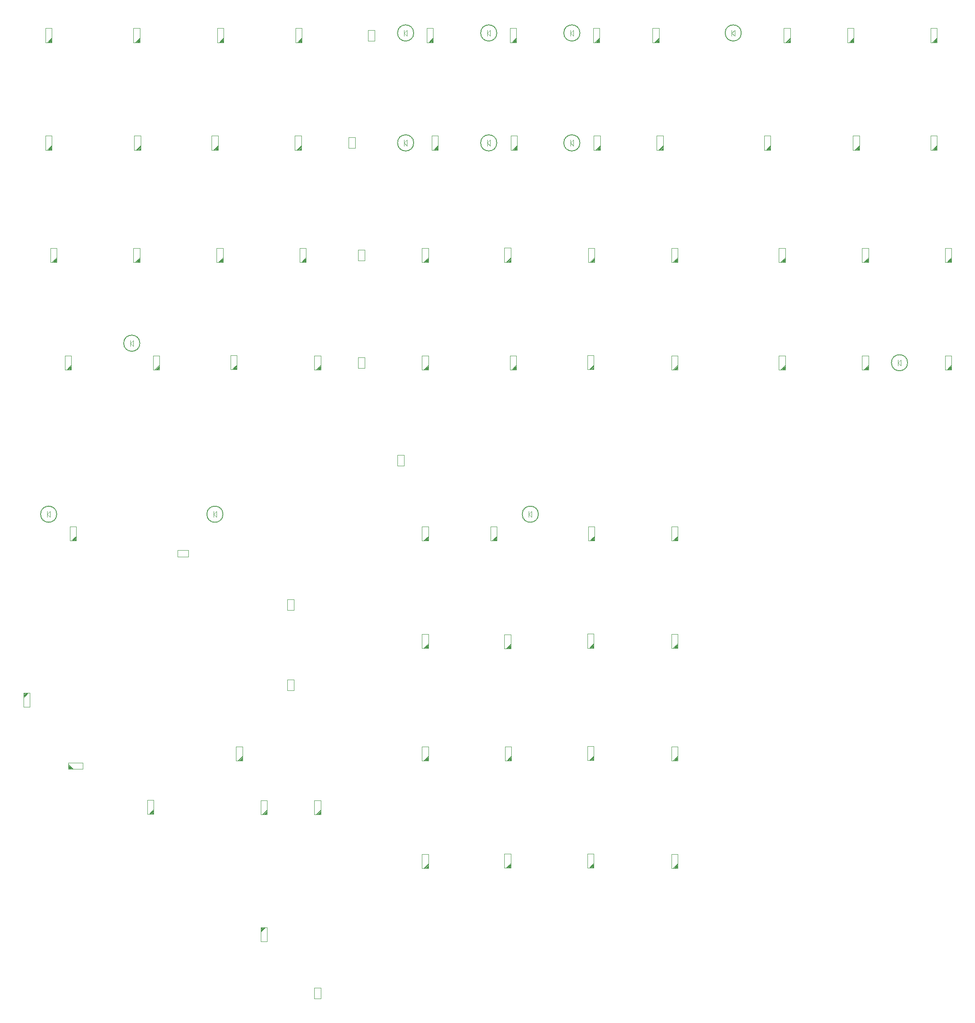
<source format=gbr>
%TF.GenerationSoftware,Altium Limited,Altium Designer,20.2.5 (213)*%
G04 Layer_Color=8388736*
%FSLAX45Y45*%
%MOMM*%
%TF.SameCoordinates,662F433C-BD6F-4083-8A0F-E7C0AAC1164F*%
%TF.FilePolarity,Positive*%
%TF.FileFunction,Other,Mechanical_14*%
%TF.Part,Single*%
G01*
G75*
%TA.AperFunction,NonConductor*%
%ADD50C,0.10000*%
D50*
X2860000Y15100000D02*
G03*
X2860000Y15100000I-160000J0D01*
G01*
X2870000D02*
G03*
X2870000Y15100000I-170000J0D01*
G01*
X11010000Y11600000D02*
G03*
X11010000Y11600000I-160000J0D01*
G01*
X11020000D02*
G03*
X11020000Y11600000I-170000J0D01*
G01*
X4560000D02*
G03*
X4560000Y11600000I-160000J0D01*
G01*
X4570000D02*
G03*
X4570000Y11600000I-170000J0D01*
G01*
X1160000D02*
G03*
X1160000Y11600000I-160000J0D01*
G01*
X1170000D02*
G03*
X1170000Y11600000I-170000J0D01*
G01*
X18560001Y14700000D02*
G03*
X18560001Y14700000I-160000J0D01*
G01*
X18570000D02*
G03*
X18570000Y14700000I-170000J0D01*
G01*
X11860000Y19200000D02*
G03*
X11860000Y19200000I-160000J0D01*
G01*
X11870000D02*
G03*
X11870000Y19200000I-170000J0D01*
G01*
X10160000D02*
G03*
X10160000Y19200000I-160000J0D01*
G01*
X10170000D02*
G03*
X10170000Y19200000I-170000J0D01*
G01*
X8460000D02*
G03*
X8460000Y19200000I-160000J0D01*
G01*
X8470000D02*
G03*
X8470000Y19200000I-170000J0D01*
G01*
X15160001Y21450000D02*
G03*
X15160001Y21450000I-160000J0D01*
G01*
X15170000D02*
G03*
X15170000Y21450000I-170000J0D01*
G01*
X11860000D02*
G03*
X11860000Y21450000I-160000J0D01*
G01*
X11870000D02*
G03*
X11870000Y21450000I-170000J0D01*
G01*
X10160000D02*
G03*
X10160000Y21450000I-160000J0D01*
G01*
X10170000D02*
G03*
X10170000Y21450000I-170000J0D01*
G01*
X8460000D02*
G03*
X8460000Y21450000I-160000J0D01*
G01*
X8470000D02*
G03*
X8470000Y21450000I-170000J0D01*
G01*
X2730000Y15039999D02*
Y15160001D01*
X2670000Y15100000D02*
X2730000Y15160001D01*
X2670000Y15100000D02*
X2730000Y15039999D01*
X2670000D02*
Y15160001D01*
X485000Y7655000D02*
Y7945000D01*
X615000D01*
Y7655000D02*
Y7945000D01*
X485000Y7655000D02*
X615000D01*
X485000Y7845000D02*
X585000Y7945000D01*
X485000Y7855000D02*
X575000Y7945000D01*
X485000Y7865000D02*
X565000Y7945000D01*
X485000Y7875000D02*
X555000Y7945000D01*
X485000Y7885000D02*
X545000Y7945000D01*
X485000Y7895000D02*
X535000Y7945000D01*
X485000Y7905000D02*
X525000Y7945000D01*
X485000Y7915000D02*
X515000Y7945000D01*
X485000Y7925000D02*
X505000Y7945000D01*
X485000Y7935000D02*
X495000Y7945000D01*
X1405000Y6385000D02*
X1695000D01*
X1405000D02*
Y6515000D01*
X1695000D01*
Y6385000D02*
Y6515000D01*
X1405000Y6485000D02*
X1505000Y6385000D01*
X1405000Y6475000D02*
X1495000Y6385000D01*
X1405000Y6465000D02*
X1485000Y6385000D01*
X1405000Y6455000D02*
X1475000Y6385000D01*
X1405000Y6445000D02*
X1465000Y6385000D01*
X1405000Y6435000D02*
X1455000Y6385000D01*
X1405000Y6425000D02*
X1445000Y6385000D01*
X1405000Y6415000D02*
X1435000Y6385000D01*
X1405000Y6405000D02*
X1425000Y6385000D01*
X1405000Y6395000D02*
X1415000Y6385000D01*
X3860000Y10732500D02*
Y10867500D01*
X3640000Y10732500D02*
Y10867500D01*
X3639994Y10732493D02*
X3859994D01*
X3639994Y10867493D02*
X3859994D01*
X5882500Y9860000D02*
X6017500D01*
X5882500Y9640000D02*
X6017500D01*
X6017507Y9639994D02*
Y9859994D01*
X5882507Y9639994D02*
Y9859994D01*
X5882500Y7990000D02*
X6017500D01*
X5882500Y8210000D02*
X6017500D01*
X5882493Y7990006D02*
Y8210006D01*
X6017493Y7990006D02*
Y8210006D01*
X6432500Y1690000D02*
X6567500D01*
X6432500Y1910000D02*
X6567500D01*
X6432493Y1690006D02*
Y1910006D01*
X6567493Y1690006D02*
Y1910006D01*
X7332500Y14589999D02*
X7467500D01*
X7332500Y14810001D02*
X7467500D01*
X7332493Y14590005D02*
Y14810007D01*
X7467493Y14590005D02*
Y14810007D01*
X7332500Y16789999D02*
X7467500D01*
X7332500Y17010001D02*
X7467500D01*
X7332493Y16790005D02*
Y17010007D01*
X7467493Y16790005D02*
Y17010007D01*
X7132500Y19089999D02*
X7267500D01*
X7132500Y19310001D02*
X7267500D01*
X7132493Y19090005D02*
Y19310007D01*
X7267493Y19090005D02*
Y19310007D01*
X7532500Y21289999D02*
X7667500D01*
X7532500Y21510001D02*
X7667500D01*
X7532493Y21290005D02*
Y21510007D01*
X7667493Y21290005D02*
Y21510007D01*
X8132500Y12810001D02*
X8267500D01*
X8132500Y12590000D02*
X8267500D01*
X8267507Y12589994D02*
Y12809995D01*
X8132507Y12589994D02*
Y12809995D01*
X10880000Y11540000D02*
Y11660000D01*
X10820000Y11600000D02*
X10880000Y11660000D01*
X10820000Y11600000D02*
X10880000Y11540000D01*
X10820000D02*
Y11660000D01*
X4430000Y11540000D02*
Y11660000D01*
X4370000Y11600000D02*
X4430000Y11660000D01*
X4370000Y11600000D02*
X4430000Y11540000D01*
X4370000D02*
Y11660000D01*
X1030000Y11540000D02*
Y11660000D01*
X970000Y11600000D02*
X1030000Y11660000D01*
X970000Y11600000D02*
X1030000Y11540000D01*
X970000D02*
Y11660000D01*
X18430000Y14639999D02*
Y14760001D01*
X18370000Y14700000D02*
X18430000Y14760001D01*
X18370000Y14700000D02*
X18430000Y14639999D01*
X18370000D02*
Y14760001D01*
X11730000Y19139999D02*
Y19260001D01*
X11670000Y19200000D02*
X11730000Y19260001D01*
X11670000Y19200000D02*
X11730000Y19139999D01*
X11670000D02*
Y19260001D01*
X10030000Y19139999D02*
Y19260001D01*
X9970000Y19200000D02*
X10030000Y19260001D01*
X9970000Y19200000D02*
X10030000Y19139999D01*
X9970000D02*
Y19260001D01*
X8330000Y19139999D02*
Y19260001D01*
X8270000Y19200000D02*
X8330000Y19260001D01*
X8270000Y19200000D02*
X8330000Y19139999D01*
X8270000D02*
Y19260001D01*
X15030000Y21389999D02*
Y21510001D01*
X14970000Y21450000D02*
X15030000Y21510001D01*
X14970000Y21450000D02*
X15030000Y21389999D01*
X14970000D02*
Y21510001D01*
X11730000Y21389999D02*
Y21510001D01*
X11670000Y21450000D02*
X11730000Y21510001D01*
X11670000Y21450000D02*
X11730000Y21389999D01*
X11670000D02*
Y21510001D01*
X10030000Y21389999D02*
Y21510001D01*
X9970000Y21450000D02*
X10030000Y21510001D01*
X9970000Y21450000D02*
X10030000Y21389999D01*
X9970000D02*
Y21510001D01*
X8330000Y21389999D02*
Y21510001D01*
X8270000Y21450000D02*
X8330000Y21510001D01*
X8270000Y21450000D02*
X8330000Y21389999D01*
X8270000D02*
Y21510001D01*
X13864999Y4355000D02*
Y4645000D01*
X13735001Y4355000D02*
X13864999D01*
X13735001D02*
Y4645000D01*
X13864999D01*
X13764999Y4355000D02*
X13864999Y4455000D01*
X13775000Y4355000D02*
X13864999Y4445000D01*
X13785001Y4355000D02*
X13864999Y4435000D01*
X13795000Y4355000D02*
X13864999Y4425000D01*
X13805000Y4355000D02*
X13864999Y4415000D01*
X13814999Y4355000D02*
X13864999Y4405000D01*
X13825000Y4355000D02*
X13864999Y4395000D01*
X13835001Y4355000D02*
X13864999Y4385000D01*
X13845000Y4355000D02*
X13864999Y4375000D01*
X13855000Y4355000D02*
X13864999Y4365000D01*
X12150000Y4360000D02*
Y4650000D01*
X12020000Y4360000D02*
X12150000D01*
X12020000D02*
Y4650000D01*
X12150000D01*
X12050000Y4360000D02*
X12150000Y4460000D01*
X12060000Y4360000D02*
X12150000Y4450000D01*
X12070000Y4360000D02*
X12150000Y4440000D01*
X12080000Y4360000D02*
X12150000Y4430000D01*
X12090000Y4360000D02*
X12150000Y4420000D01*
X12100000Y4360000D02*
X12150000Y4410000D01*
X12110000Y4360000D02*
X12150000Y4400000D01*
X12120000Y4360000D02*
X12150000Y4390000D01*
X12130000Y4360000D02*
X12150000Y4380000D01*
X12140000Y4360000D02*
X12150000Y4370000D01*
X10450000Y4360000D02*
Y4650000D01*
X10320000Y4360000D02*
X10450000D01*
X10320000D02*
Y4650000D01*
X10450000D01*
X10350000Y4360000D02*
X10450000Y4460000D01*
X10360000Y4360000D02*
X10450000Y4450000D01*
X10370000Y4360000D02*
X10450000Y4440000D01*
X10380000Y4360000D02*
X10450000Y4430000D01*
X10390000Y4360000D02*
X10450000Y4420000D01*
X10400000Y4360000D02*
X10450000Y4410000D01*
X10410000Y4360000D02*
X10450000Y4400000D01*
X10420000Y4360000D02*
X10450000Y4390000D01*
X10430000Y4360000D02*
X10450000Y4380000D01*
X10440000Y4360000D02*
X10450000Y4370000D01*
X8765000Y4355000D02*
Y4645000D01*
X8635000Y4355000D02*
X8765000D01*
X8635000D02*
Y4645000D01*
X8765000D01*
X8665000Y4355000D02*
X8765000Y4455000D01*
X8675000Y4355000D02*
X8765000Y4445000D01*
X8685000Y4355000D02*
X8765000Y4435000D01*
X8695000Y4355000D02*
X8765000Y4425000D01*
X8705000Y4355000D02*
X8765000Y4415000D01*
X8715000Y4355000D02*
X8765000Y4405000D01*
X8725000Y4355000D02*
X8765000Y4395000D01*
X8735000Y4355000D02*
X8765000Y4385000D01*
X8745000Y4355000D02*
X8765000Y4375000D01*
X8755000Y4355000D02*
X8765000Y4365000D01*
X5335000Y2855000D02*
Y3145000D01*
X5465000D01*
Y2855000D02*
Y3145000D01*
X5335000Y2855000D02*
X5465000D01*
X5335000Y3045000D02*
X5435000Y3145000D01*
X5335000Y3055000D02*
X5425000Y3145000D01*
X5335000Y3065000D02*
X5415000Y3145000D01*
X5335000Y3075000D02*
X5405000Y3145000D01*
X5335000Y3085000D02*
X5395000Y3145000D01*
X5335000Y3095000D02*
X5385000Y3145000D01*
X5335000Y3105000D02*
X5375000Y3145000D01*
X5335000Y3115000D02*
X5365000Y3145000D01*
X5335000Y3125000D02*
X5355000Y3145000D01*
X5335000Y3135000D02*
X5345000Y3145000D01*
X13864999Y6555000D02*
Y6845000D01*
X13735001Y6555000D02*
X13864999D01*
X13735001D02*
Y6845000D01*
X13864999D01*
X13764999Y6555000D02*
X13864999Y6655000D01*
X13775000Y6555000D02*
X13864999Y6645000D01*
X13785001Y6555000D02*
X13864999Y6635000D01*
X13795000Y6555000D02*
X13864999Y6625000D01*
X13805000Y6555000D02*
X13864999Y6615000D01*
X13814999Y6555000D02*
X13864999Y6605000D01*
X13825000Y6555000D02*
X13864999Y6595000D01*
X13835001Y6555000D02*
X13864999Y6585000D01*
X13845000Y6555000D02*
X13864999Y6575000D01*
X13855000Y6555000D02*
X13864999Y6565000D01*
X12150000Y6560000D02*
Y6850000D01*
X12020000Y6560000D02*
X12150000D01*
X12020000D02*
Y6850000D01*
X12150000D01*
X12050000Y6560000D02*
X12150000Y6660000D01*
X12060000Y6560000D02*
X12150000Y6650000D01*
X12070000Y6560000D02*
X12150000Y6640000D01*
X12080000Y6560000D02*
X12150000Y6630000D01*
X12090000Y6560000D02*
X12150000Y6620000D01*
X12100000Y6560000D02*
X12150000Y6610000D01*
X12110000Y6560000D02*
X12150000Y6600000D01*
X12120000Y6560000D02*
X12150000Y6590000D01*
X12130000Y6560000D02*
X12150000Y6580000D01*
X12140000Y6560000D02*
X12150000Y6570000D01*
X10465000Y6555000D02*
Y6845000D01*
X10335000Y6555000D02*
X10465000D01*
X10335000D02*
Y6845000D01*
X10465000D01*
X10365000Y6555000D02*
X10465000Y6655000D01*
X10375000Y6555000D02*
X10465000Y6645000D01*
X10385000Y6555000D02*
X10465000Y6635000D01*
X10395000Y6555000D02*
X10465000Y6625000D01*
X10405000Y6555000D02*
X10465000Y6615000D01*
X10415000Y6555000D02*
X10465000Y6605000D01*
X10425000Y6555000D02*
X10465000Y6595000D01*
X10435000Y6555000D02*
X10465000Y6585000D01*
X10445000Y6555000D02*
X10465000Y6575000D01*
X10455000Y6555000D02*
X10465000Y6565000D01*
X8765000Y6555000D02*
Y6845000D01*
X8635000Y6555000D02*
X8765000D01*
X8635000D02*
Y6845000D01*
X8765000D01*
X8665000Y6555000D02*
X8765000Y6655000D01*
X8675000Y6555000D02*
X8765000Y6645000D01*
X8685000Y6555000D02*
X8765000Y6635000D01*
X8695000Y6555000D02*
X8765000Y6625000D01*
X8705000Y6555000D02*
X8765000Y6615000D01*
X8715000Y6555000D02*
X8765000Y6605000D01*
X8725000Y6555000D02*
X8765000Y6595000D01*
X8735000Y6555000D02*
X8765000Y6585000D01*
X8745000Y6555000D02*
X8765000Y6575000D01*
X8755000Y6555000D02*
X8765000Y6565000D01*
X6565000Y5455000D02*
Y5745000D01*
X6435000Y5455000D02*
X6565000D01*
X6435000D02*
Y5745000D01*
X6565000D01*
X6465000Y5455000D02*
X6565000Y5555000D01*
X6475000Y5455000D02*
X6565000Y5545000D01*
X6485000Y5455000D02*
X6565000Y5535000D01*
X6495000Y5455000D02*
X6565000Y5525000D01*
X6505000Y5455000D02*
X6565000Y5515000D01*
X6515000Y5455000D02*
X6565000Y5505000D01*
X6525000Y5455000D02*
X6565000Y5495000D01*
X6535000Y5455000D02*
X6565000Y5485000D01*
X6545000Y5455000D02*
X6565000Y5475000D01*
X6555000Y5455000D02*
X6565000Y5465000D01*
X5465000Y5455000D02*
Y5745000D01*
X5335000Y5455000D02*
X5465000D01*
X5335000D02*
Y5745000D01*
X5465000D01*
X5365000Y5455000D02*
X5465000Y5555000D01*
X5375000Y5455000D02*
X5465000Y5545000D01*
X5385000Y5455000D02*
X5465000Y5535000D01*
X5395000Y5455000D02*
X5465000Y5525000D01*
X5405000Y5455000D02*
X5465000Y5515000D01*
X5415000Y5455000D02*
X5465000Y5505000D01*
X5425000Y5455000D02*
X5465000Y5495000D01*
X5435000Y5455000D02*
X5465000Y5485000D01*
X5445000Y5455000D02*
X5465000Y5475000D01*
X5455000Y5455000D02*
X5465000Y5465000D01*
X3150000Y5460000D02*
Y5750000D01*
X3020000Y5460000D02*
X3150000D01*
X3020000D02*
Y5750000D01*
X3150000D01*
X3050000Y5460000D02*
X3150000Y5560000D01*
X3060000Y5460000D02*
X3150000Y5550000D01*
X3070000Y5460000D02*
X3150000Y5540000D01*
X3080000Y5460000D02*
X3150000Y5530000D01*
X3090000Y5460000D02*
X3150000Y5520000D01*
X3100000Y5460000D02*
X3150000Y5510000D01*
X3110000Y5460000D02*
X3150000Y5500000D01*
X3120000Y5460000D02*
X3150000Y5490000D01*
X3130000Y5460000D02*
X3150000Y5480000D01*
X3140000Y5460000D02*
X3150000Y5470000D01*
X13864999Y8855000D02*
Y9145000D01*
X13735001Y8855000D02*
X13864999D01*
X13735001D02*
Y9145000D01*
X13864999D01*
X13764999Y8855000D02*
X13864999Y8955000D01*
X13775000Y8855000D02*
X13864999Y8945000D01*
X13785001Y8855000D02*
X13864999Y8935000D01*
X13795000Y8855000D02*
X13864999Y8925000D01*
X13805000Y8855000D02*
X13864999Y8915000D01*
X13814999Y8855000D02*
X13864999Y8905000D01*
X13825000Y8855000D02*
X13864999Y8895000D01*
X13835001Y8855000D02*
X13864999Y8885000D01*
X13845000Y8855000D02*
X13864999Y8875000D01*
X13855000Y8855000D02*
X13864999Y8865000D01*
X12150000Y8860000D02*
Y9150000D01*
X12020000Y8860000D02*
X12150000D01*
X12020000D02*
Y9150000D01*
X12150000D01*
X12050000Y8860000D02*
X12150000Y8960000D01*
X12060000Y8860000D02*
X12150000Y8950000D01*
X12070000Y8860000D02*
X12150000Y8940000D01*
X12080000Y8860000D02*
X12150000Y8930000D01*
X12090000Y8860000D02*
X12150000Y8920000D01*
X12100000Y8860000D02*
X12150000Y8910000D01*
X12110000Y8860000D02*
X12150000Y8900000D01*
X12120000Y8860000D02*
X12150000Y8890000D01*
X12130000Y8860000D02*
X12150000Y8880000D01*
X12140000Y8860000D02*
X12150000Y8870000D01*
X10450000Y8850000D02*
Y9140000D01*
X10320000Y8850000D02*
X10450000D01*
X10320000D02*
Y9140000D01*
X10450000D01*
X10350000Y8850000D02*
X10450000Y8950000D01*
X10360000Y8850000D02*
X10450000Y8940000D01*
X10370000Y8850000D02*
X10450000Y8930000D01*
X10380000Y8850000D02*
X10450000Y8920000D01*
X10390000Y8850000D02*
X10450000Y8910000D01*
X10400000Y8850000D02*
X10450000Y8900000D01*
X10410000Y8850000D02*
X10450000Y8890000D01*
X10420000Y8850000D02*
X10450000Y8880000D01*
X10430000Y8850000D02*
X10450000Y8870000D01*
X10440000Y8850000D02*
X10450000Y8860000D01*
X8765000Y8855000D02*
Y9145000D01*
X8635000Y8855000D02*
X8765000D01*
X8635000D02*
Y9145000D01*
X8765000D01*
X8665000Y8855000D02*
X8765000Y8955000D01*
X8675000Y8855000D02*
X8765000Y8945000D01*
X8685000Y8855000D02*
X8765000Y8935000D01*
X8695000Y8855000D02*
X8765000Y8925000D01*
X8705000Y8855000D02*
X8765000Y8915000D01*
X8715000Y8855000D02*
X8765000Y8905000D01*
X8725000Y8855000D02*
X8765000Y8895000D01*
X8735000Y8855000D02*
X8765000Y8885000D01*
X8745000Y8855000D02*
X8765000Y8875000D01*
X8755000Y8855000D02*
X8765000Y8865000D01*
X4965000Y6555000D02*
Y6845000D01*
X4835000Y6555000D02*
X4965000D01*
X4835000D02*
Y6845000D01*
X4965000D01*
X4865000Y6555000D02*
X4965000Y6655000D01*
X4875000Y6555000D02*
X4965000Y6645000D01*
X4885000Y6555000D02*
X4965000Y6635000D01*
X4895000Y6555000D02*
X4965000Y6625000D01*
X4905000Y6555000D02*
X4965000Y6615000D01*
X4915000Y6555000D02*
X4965000Y6605000D01*
X4925000Y6555000D02*
X4965000Y6595000D01*
X4935000Y6555000D02*
X4965000Y6585000D01*
X4945000Y6555000D02*
X4965000Y6575000D01*
X4955000Y6555000D02*
X4965000Y6565000D01*
X13864999Y11055000D02*
Y11345000D01*
X13735001Y11055000D02*
X13864999D01*
X13735001D02*
Y11345000D01*
X13864999D01*
X13764999Y11055000D02*
X13864999Y11155000D01*
X13775000Y11055000D02*
X13864999Y11145000D01*
X13785001Y11055000D02*
X13864999Y11135000D01*
X13795000Y11055000D02*
X13864999Y11125000D01*
X13805000Y11055000D02*
X13864999Y11115000D01*
X13814999Y11055000D02*
X13864999Y11105000D01*
X13825000Y11055000D02*
X13864999Y11095000D01*
X13835001Y11055000D02*
X13864999Y11085000D01*
X13845000Y11055000D02*
X13864999Y11075000D01*
X13855000Y11055000D02*
X13864999Y11065000D01*
X12165000Y11055000D02*
Y11345000D01*
X12035000Y11055000D02*
X12165000D01*
X12035000D02*
Y11345000D01*
X12165000D01*
X12065000Y11055000D02*
X12165000Y11155000D01*
X12075000Y11055000D02*
X12165000Y11145000D01*
X12085000Y11055000D02*
X12165000Y11135000D01*
X12095000Y11055000D02*
X12165000Y11125000D01*
X12105000Y11055000D02*
X12165000Y11115000D01*
X12115000Y11055000D02*
X12165000Y11105000D01*
X12125000Y11055000D02*
X12165000Y11095000D01*
X12135000Y11055000D02*
X12165000Y11085000D01*
X12145000Y11055000D02*
X12165000Y11075000D01*
X12155000Y11055000D02*
X12165000Y11065000D01*
X10165000Y11055000D02*
Y11345000D01*
X10035000Y11055000D02*
X10165000D01*
X10035000D02*
Y11345000D01*
X10165000D01*
X10065000Y11055000D02*
X10165000Y11155000D01*
X10075000Y11055000D02*
X10165000Y11145000D01*
X10085000Y11055000D02*
X10165000Y11135000D01*
X10095000Y11055000D02*
X10165000Y11125000D01*
X10105000Y11055000D02*
X10165000Y11115000D01*
X10115000Y11055000D02*
X10165000Y11105000D01*
X10125000Y11055000D02*
X10165000Y11095000D01*
X10135000Y11055000D02*
X10165000Y11085000D01*
X10145000Y11055000D02*
X10165000Y11075000D01*
X10155000Y11055000D02*
X10165000Y11065000D01*
X8765000Y11055000D02*
Y11345000D01*
X8635000Y11055000D02*
X8765000D01*
X8635000D02*
Y11345000D01*
X8765000D01*
X8665000Y11055000D02*
X8765000Y11155000D01*
X8675000Y11055000D02*
X8765000Y11145000D01*
X8685000Y11055000D02*
X8765000Y11135000D01*
X8695000Y11055000D02*
X8765000Y11125000D01*
X8705000Y11055000D02*
X8765000Y11115000D01*
X8715000Y11055000D02*
X8765000Y11105000D01*
X8725000Y11055000D02*
X8765000Y11095000D01*
X8735000Y11055000D02*
X8765000Y11085000D01*
X8745000Y11055000D02*
X8765000Y11075000D01*
X8755000Y11055000D02*
X8765000Y11065000D01*
X1565000Y11055000D02*
Y11345000D01*
X1435000Y11055000D02*
X1565000D01*
X1435000D02*
Y11345000D01*
X1565000D01*
X1465000Y11055000D02*
X1565000Y11155000D01*
X1475000Y11055000D02*
X1565000Y11145000D01*
X1485000Y11055000D02*
X1565000Y11135000D01*
X1495000Y11055000D02*
X1565000Y11125000D01*
X1505000Y11055000D02*
X1565000Y11115000D01*
X1515000Y11055000D02*
X1565000Y11105000D01*
X1525000Y11055000D02*
X1565000Y11095000D01*
X1535000Y11055000D02*
X1565000Y11085000D01*
X1545000Y11055000D02*
X1565000Y11075000D01*
X1555000Y11055000D02*
X1565000Y11065000D01*
X19464999Y14555000D02*
Y14845000D01*
X19335001Y14555000D02*
X19464999D01*
X19335001D02*
Y14845000D01*
X19464999D01*
X19364999Y14555000D02*
X19464999Y14655000D01*
X19375000Y14555000D02*
X19464999Y14645000D01*
X19385001Y14555000D02*
X19464999Y14635001D01*
X19395000Y14555000D02*
X19464999Y14625000D01*
X19405000Y14555000D02*
X19464999Y14614999D01*
X19414999Y14555000D02*
X19464999Y14605000D01*
X19425000Y14555000D02*
X19464999Y14595000D01*
X19435001Y14555000D02*
X19464999Y14585001D01*
X19445000Y14555000D02*
X19464999Y14575000D01*
X19455000Y14555000D02*
X19464999Y14564999D01*
X17764999Y14555000D02*
Y14845000D01*
X17635001Y14555000D02*
X17764999D01*
X17635001D02*
Y14845000D01*
X17764999D01*
X17664999Y14555000D02*
X17764999Y14655000D01*
X17675000Y14555000D02*
X17764999Y14645000D01*
X17685001Y14555000D02*
X17764999Y14635001D01*
X17695000Y14555000D02*
X17764999Y14625000D01*
X17705000Y14555000D02*
X17764999Y14614999D01*
X17714999Y14555000D02*
X17764999Y14605000D01*
X17725000Y14555000D02*
X17764999Y14595000D01*
X17735001Y14555000D02*
X17764999Y14585001D01*
X17745000Y14555000D02*
X17764999Y14575000D01*
X17755000Y14555000D02*
X17764999Y14564999D01*
X16064999Y14555000D02*
Y14845000D01*
X15935001Y14555000D02*
X16064999D01*
X15935001D02*
Y14845000D01*
X16064999D01*
X15964999Y14555000D02*
X16064999Y14655000D01*
X15975000Y14555000D02*
X16064999Y14645000D01*
X15985001Y14555000D02*
X16064999Y14635001D01*
X15995000Y14555000D02*
X16064999Y14625000D01*
X16005000Y14555000D02*
X16064999Y14614999D01*
X16014999Y14555000D02*
X16064999Y14605000D01*
X16025000Y14555000D02*
X16064999Y14595000D01*
X16035001Y14555000D02*
X16064999Y14585001D01*
X16045000Y14555000D02*
X16064999Y14575000D01*
X16055000Y14555000D02*
X16064999Y14564999D01*
X13864999Y14555000D02*
Y14845000D01*
X13735001Y14555000D02*
X13864999D01*
X13735001D02*
Y14845000D01*
X13864999D01*
X13764999Y14555000D02*
X13864999Y14655000D01*
X13775000Y14555000D02*
X13864999Y14645000D01*
X13785001Y14555000D02*
X13864999Y14635001D01*
X13795000Y14555000D02*
X13864999Y14625000D01*
X13805000Y14555000D02*
X13864999Y14614999D01*
X13814999Y14555000D02*
X13864999Y14605000D01*
X13825000Y14555000D02*
X13864999Y14595000D01*
X13835001Y14555000D02*
X13864999Y14585001D01*
X13845000Y14555000D02*
X13864999Y14575000D01*
X13855000Y14555000D02*
X13864999Y14564999D01*
X12150000Y14560001D02*
Y14850000D01*
X12020000Y14560001D02*
X12150000D01*
X12020000D02*
Y14850000D01*
X12150000D01*
X12050000Y14560001D02*
X12150000Y14660001D01*
X12060000Y14560001D02*
X12150000Y14650000D01*
X12070000Y14560001D02*
X12150000Y14639999D01*
X12080000Y14560001D02*
X12150000Y14630000D01*
X12090000Y14560001D02*
X12150000Y14620000D01*
X12100000Y14560001D02*
X12150000Y14610001D01*
X12110000Y14560001D02*
X12150000Y14600000D01*
X12120000Y14560001D02*
X12150000Y14589999D01*
X12130000Y14560001D02*
X12150000Y14580000D01*
X12140000Y14560001D02*
X12150000Y14570000D01*
X10565000Y14555000D02*
Y14845000D01*
X10435000Y14555000D02*
X10565000D01*
X10435000D02*
Y14845000D01*
X10565000D01*
X10465000Y14555000D02*
X10565000Y14655000D01*
X10475000Y14555000D02*
X10565000Y14645000D01*
X10485000Y14555000D02*
X10565000Y14635001D01*
X10495000Y14555000D02*
X10565000Y14625000D01*
X10505000Y14555000D02*
X10565000Y14614999D01*
X10515000Y14555000D02*
X10565000Y14605000D01*
X10525000Y14555000D02*
X10565000Y14595000D01*
X10535000Y14555000D02*
X10565000Y14585001D01*
X10545000Y14555000D02*
X10565000Y14575000D01*
X10555000Y14555000D02*
X10565000Y14564999D01*
X8765000Y14555000D02*
Y14845000D01*
X8635000Y14555000D02*
X8765000D01*
X8635000D02*
Y14845000D01*
X8765000D01*
X8665000Y14555000D02*
X8765000Y14655000D01*
X8675000Y14555000D02*
X8765000Y14645000D01*
X8685000Y14555000D02*
X8765000Y14635001D01*
X8695000Y14555000D02*
X8765000Y14625000D01*
X8705000Y14555000D02*
X8765000Y14614999D01*
X8715000Y14555000D02*
X8765000Y14605000D01*
X8725000Y14555000D02*
X8765000Y14595000D01*
X8735000Y14555000D02*
X8765000Y14585001D01*
X8745000Y14555000D02*
X8765000Y14575000D01*
X8755000Y14555000D02*
X8765000Y14564999D01*
X6565000Y14555000D02*
Y14845000D01*
X6435000Y14555000D02*
X6565000D01*
X6435000D02*
Y14845000D01*
X6565000D01*
X6465000Y14555000D02*
X6565000Y14655000D01*
X6475000Y14555000D02*
X6565000Y14645000D01*
X6485000Y14555000D02*
X6565000Y14635001D01*
X6495000Y14555000D02*
X6565000Y14625000D01*
X6505000Y14555000D02*
X6565000Y14614999D01*
X6515000Y14555000D02*
X6565000Y14605000D01*
X6525000Y14555000D02*
X6565000Y14595000D01*
X6535000Y14555000D02*
X6565000Y14585001D01*
X6545000Y14555000D02*
X6565000Y14575000D01*
X6555000Y14555000D02*
X6565000Y14564999D01*
X4850000Y14560001D02*
Y14850000D01*
X4720000Y14560001D02*
X4850000D01*
X4720000D02*
Y14850000D01*
X4850000D01*
X4750000Y14560001D02*
X4850000Y14660001D01*
X4760000Y14560001D02*
X4850000Y14650000D01*
X4770000Y14560001D02*
X4850000Y14639999D01*
X4780000Y14560001D02*
X4850000Y14630000D01*
X4790000Y14560001D02*
X4850000Y14620000D01*
X4800000Y14560001D02*
X4850000Y14610001D01*
X4810000Y14560001D02*
X4850000Y14600000D01*
X4820000Y14560001D02*
X4850000Y14589999D01*
X4830000Y14560001D02*
X4850000Y14580000D01*
X4840000Y14560001D02*
X4850000Y14570000D01*
X3265000Y14555000D02*
Y14845000D01*
X3135000Y14555000D02*
X3265000D01*
X3135000D02*
Y14845000D01*
X3265000D01*
X3165000Y14555000D02*
X3265000Y14655000D01*
X3175000Y14555000D02*
X3265000Y14645000D01*
X3185000Y14555000D02*
X3265000Y14635001D01*
X3195000Y14555000D02*
X3265000Y14625000D01*
X3205000Y14555000D02*
X3265000Y14614999D01*
X3215000Y14555000D02*
X3265000Y14605000D01*
X3225000Y14555000D02*
X3265000Y14595000D01*
X3235000Y14555000D02*
X3265000Y14585001D01*
X3245000Y14555000D02*
X3265000Y14575000D01*
X3255000Y14555000D02*
X3265000Y14564999D01*
X1465000Y14555000D02*
Y14845000D01*
X1335000Y14555000D02*
X1465000D01*
X1335000D02*
Y14845000D01*
X1465000D01*
X1365000Y14555000D02*
X1465000Y14655000D01*
X1375000Y14555000D02*
X1465000Y14645000D01*
X1385000Y14555000D02*
X1465000Y14635001D01*
X1395000Y14555000D02*
X1465000Y14625000D01*
X1405000Y14555000D02*
X1465000Y14614999D01*
X1415000Y14555000D02*
X1465000Y14605000D01*
X1425000Y14555000D02*
X1465000Y14595000D01*
X1435000Y14555000D02*
X1465000Y14585001D01*
X1445000Y14555000D02*
X1465000Y14575000D01*
X1455000Y14555000D02*
X1465000Y14564999D01*
X19464999Y16755000D02*
Y17045000D01*
X19335001Y16755000D02*
X19464999D01*
X19335001D02*
Y17045000D01*
X19464999D01*
X19364999Y16755000D02*
X19464999Y16855000D01*
X19375000Y16755000D02*
X19464999Y16845000D01*
X19385001Y16755000D02*
X19464999Y16835001D01*
X19395000Y16755000D02*
X19464999Y16825000D01*
X19405000Y16755000D02*
X19464999Y16814999D01*
X19414999Y16755000D02*
X19464999Y16805000D01*
X19425000Y16755000D02*
X19464999Y16795000D01*
X19435001Y16755000D02*
X19464999Y16785001D01*
X19445000Y16755000D02*
X19464999Y16775000D01*
X19455000Y16755000D02*
X19464999Y16764999D01*
X17764999Y16755000D02*
Y17045000D01*
X17635001Y16755000D02*
X17764999D01*
X17635001D02*
Y17045000D01*
X17764999D01*
X17664999Y16755000D02*
X17764999Y16855000D01*
X17675000Y16755000D02*
X17764999Y16845000D01*
X17685001Y16755000D02*
X17764999Y16835001D01*
X17695000Y16755000D02*
X17764999Y16825000D01*
X17705000Y16755000D02*
X17764999Y16814999D01*
X17714999Y16755000D02*
X17764999Y16805000D01*
X17725000Y16755000D02*
X17764999Y16795000D01*
X17735001Y16755000D02*
X17764999Y16785001D01*
X17745000Y16755000D02*
X17764999Y16775000D01*
X17755000Y16755000D02*
X17764999Y16764999D01*
X16064999Y16755000D02*
Y17045000D01*
X15935001Y16755000D02*
X16064999D01*
X15935001D02*
Y17045000D01*
X16064999D01*
X15964999Y16755000D02*
X16064999Y16855000D01*
X15975000Y16755000D02*
X16064999Y16845000D01*
X15985001Y16755000D02*
X16064999Y16835001D01*
X15995000Y16755000D02*
X16064999Y16825000D01*
X16005000Y16755000D02*
X16064999Y16814999D01*
X16014999Y16755000D02*
X16064999Y16805000D01*
X16025000Y16755000D02*
X16064999Y16795000D01*
X16035001Y16755000D02*
X16064999Y16785001D01*
X16045000Y16755000D02*
X16064999Y16775000D01*
X16055000Y16755000D02*
X16064999Y16764999D01*
X13864999Y16755000D02*
Y17045000D01*
X13735001Y16755000D02*
X13864999D01*
X13735001D02*
Y17045000D01*
X13864999D01*
X13764999Y16755000D02*
X13864999Y16855000D01*
X13775000Y16755000D02*
X13864999Y16845000D01*
X13785001Y16755000D02*
X13864999Y16835001D01*
X13795000Y16755000D02*
X13864999Y16825000D01*
X13805000Y16755000D02*
X13864999Y16814999D01*
X13814999Y16755000D02*
X13864999Y16805000D01*
X13825000Y16755000D02*
X13864999Y16795000D01*
X13835001Y16755000D02*
X13864999Y16785001D01*
X13845000Y16755000D02*
X13864999Y16775000D01*
X13855000Y16755000D02*
X13864999Y16764999D01*
X12165000Y16755000D02*
Y17045000D01*
X12035000Y16755000D02*
X12165000D01*
X12035000D02*
Y17045000D01*
X12165000D01*
X12065000Y16755000D02*
X12165000Y16855000D01*
X12075000Y16755000D02*
X12165000Y16845000D01*
X12085000Y16755000D02*
X12165000Y16835001D01*
X12095000Y16755000D02*
X12165000Y16825000D01*
X12105000Y16755000D02*
X12165000Y16814999D01*
X12115000Y16755000D02*
X12165000Y16805000D01*
X12125000Y16755000D02*
X12165000Y16795000D01*
X12135000Y16755000D02*
X12165000Y16785001D01*
X12145000Y16755000D02*
X12165000Y16775000D01*
X12155000Y16755000D02*
X12165000Y16764999D01*
X10450000Y16760001D02*
Y17050000D01*
X10320000Y16760001D02*
X10450000D01*
X10320000D02*
Y17050000D01*
X10450000D01*
X10350000Y16760001D02*
X10450000Y16860001D01*
X10360000Y16760001D02*
X10450000Y16850000D01*
X10370000Y16760001D02*
X10450000Y16839999D01*
X10380000Y16760001D02*
X10450000Y16830000D01*
X10390000Y16760001D02*
X10450000Y16820000D01*
X10400000Y16760001D02*
X10450000Y16810001D01*
X10410000Y16760001D02*
X10450000Y16800000D01*
X10420000Y16760001D02*
X10450000Y16789999D01*
X10430000Y16760001D02*
X10450000Y16780000D01*
X10440000Y16760001D02*
X10450000Y16770000D01*
X8765000Y16755000D02*
Y17045000D01*
X8635000Y16755000D02*
X8765000D01*
X8635000D02*
Y17045000D01*
X8765000D01*
X8665000Y16755000D02*
X8765000Y16855000D01*
X8675000Y16755000D02*
X8765000Y16845000D01*
X8685000Y16755000D02*
X8765000Y16835001D01*
X8695000Y16755000D02*
X8765000Y16825000D01*
X8705000Y16755000D02*
X8765000Y16814999D01*
X8715000Y16755000D02*
X8765000Y16805000D01*
X8725000Y16755000D02*
X8765000Y16795000D01*
X8735000Y16755000D02*
X8765000Y16785001D01*
X8745000Y16755000D02*
X8765000Y16775000D01*
X8755000Y16755000D02*
X8765000Y16764999D01*
X6265000Y16755000D02*
Y17045000D01*
X6135000Y16755000D02*
X6265000D01*
X6135000D02*
Y17045000D01*
X6265000D01*
X6165000Y16755000D02*
X6265000Y16855000D01*
X6175000Y16755000D02*
X6265000Y16845000D01*
X6185000Y16755000D02*
X6265000Y16835001D01*
X6195000Y16755000D02*
X6265000Y16825000D01*
X6205000Y16755000D02*
X6265000Y16814999D01*
X6215000Y16755000D02*
X6265000Y16805000D01*
X6225000Y16755000D02*
X6265000Y16795000D01*
X6235000Y16755000D02*
X6265000Y16785001D01*
X6245000Y16755000D02*
X6265000Y16775000D01*
X6255000Y16755000D02*
X6265000Y16764999D01*
X4565000Y16755000D02*
Y17045000D01*
X4435000Y16755000D02*
X4565000D01*
X4435000D02*
Y17045000D01*
X4565000D01*
X4465000Y16755000D02*
X4565000Y16855000D01*
X4475000Y16755000D02*
X4565000Y16845000D01*
X4485000Y16755000D02*
X4565000Y16835001D01*
X4495000Y16755000D02*
X4565000Y16825000D01*
X4505000Y16755000D02*
X4565000Y16814999D01*
X4515000Y16755000D02*
X4565000Y16805000D01*
X4525000Y16755000D02*
X4565000Y16795000D01*
X4535000Y16755000D02*
X4565000Y16785001D01*
X4545000Y16755000D02*
X4565000Y16775000D01*
X4555000Y16755000D02*
X4565000Y16764999D01*
X2865000Y16755000D02*
Y17045000D01*
X2735000Y16755000D02*
X2865000D01*
X2735000D02*
Y17045000D01*
X2865000D01*
X2765000Y16755000D02*
X2865000Y16855000D01*
X2775000Y16755000D02*
X2865000Y16845000D01*
X2785000Y16755000D02*
X2865000Y16835001D01*
X2795000Y16755000D02*
X2865000Y16825000D01*
X2805000Y16755000D02*
X2865000Y16814999D01*
X2815000Y16755000D02*
X2865000Y16805000D01*
X2825000Y16755000D02*
X2865000Y16795000D01*
X2835000Y16755000D02*
X2865000Y16785001D01*
X2845000Y16755000D02*
X2865000Y16775000D01*
X2855000Y16755000D02*
X2865000Y16764999D01*
X1165000Y16755000D02*
Y17045000D01*
X1035000Y16755000D02*
X1165000D01*
X1035000D02*
Y17045000D01*
X1165000D01*
X1065000Y16755000D02*
X1165000Y16855000D01*
X1075000Y16755000D02*
X1165000Y16845000D01*
X1085000Y16755000D02*
X1165000Y16835001D01*
X1095000Y16755000D02*
X1165000Y16825000D01*
X1105000Y16755000D02*
X1165000Y16814999D01*
X1115000Y16755000D02*
X1165000Y16805000D01*
X1125000Y16755000D02*
X1165000Y16795000D01*
X1135000Y16755000D02*
X1165000Y16785001D01*
X1145000Y16755000D02*
X1165000Y16775000D01*
X1155000Y16755000D02*
X1165000Y16764999D01*
X19164999Y19055000D02*
Y19345000D01*
X19035001Y19055000D02*
X19164999D01*
X19035001D02*
Y19345000D01*
X19164999D01*
X19064999Y19055000D02*
X19164999Y19155000D01*
X19075000Y19055000D02*
X19164999Y19145000D01*
X19085001Y19055000D02*
X19164999Y19135001D01*
X19095000Y19055000D02*
X19164999Y19125000D01*
X19105000Y19055000D02*
X19164999Y19114999D01*
X19114999Y19055000D02*
X19164999Y19105000D01*
X19125000Y19055000D02*
X19164999Y19095000D01*
X19135001Y19055000D02*
X19164999Y19085001D01*
X19145000Y19055000D02*
X19164999Y19075000D01*
X19155000Y19055000D02*
X19164999Y19064999D01*
X17580000Y19055000D02*
Y19345000D01*
X17450000Y19055000D02*
X17580000D01*
X17450000D02*
Y19345000D01*
X17580000D01*
X17480000Y19055000D02*
X17580000Y19155000D01*
X17489999Y19055000D02*
X17580000Y19145000D01*
X17500000Y19055000D02*
X17580000Y19135001D01*
X17510001Y19055000D02*
X17580000Y19125000D01*
X17520000Y19055000D02*
X17580000Y19114999D01*
X17530000Y19055000D02*
X17580000Y19105000D01*
X17539999Y19055000D02*
X17580000Y19095000D01*
X17550000Y19055000D02*
X17580000Y19085001D01*
X17560001Y19055000D02*
X17580000Y19075000D01*
X17570000Y19055000D02*
X17580000Y19064999D01*
X15764999Y19055000D02*
Y19345000D01*
X15635001Y19055000D02*
X15764999D01*
X15635001D02*
Y19345000D01*
X15764999D01*
X15664999Y19055000D02*
X15764999Y19155000D01*
X15675000Y19055000D02*
X15764999Y19145000D01*
X15685001Y19055000D02*
X15764999Y19135001D01*
X15695000Y19055000D02*
X15764999Y19125000D01*
X15705000Y19055000D02*
X15764999Y19114999D01*
X15714999Y19055000D02*
X15764999Y19105000D01*
X15725000Y19055000D02*
X15764999Y19095000D01*
X15735001Y19055000D02*
X15764999Y19085001D01*
X15745000Y19055000D02*
X15764999Y19075000D01*
X15755000Y19055000D02*
X15764999Y19064999D01*
X13564999Y19055000D02*
Y19345000D01*
X13435001Y19055000D02*
X13564999D01*
X13435001D02*
Y19345000D01*
X13564999D01*
X13464999Y19055000D02*
X13564999Y19155000D01*
X13475000Y19055000D02*
X13564999Y19145000D01*
X13485001Y19055000D02*
X13564999Y19135001D01*
X13495000Y19055000D02*
X13564999Y19125000D01*
X13505000Y19055000D02*
X13564999Y19114999D01*
X13514999Y19055000D02*
X13564999Y19105000D01*
X13525000Y19055000D02*
X13564999Y19095000D01*
X13535001Y19055000D02*
X13564999Y19085001D01*
X13545000Y19055000D02*
X13564999Y19075000D01*
X13555000Y19055000D02*
X13564999Y19064999D01*
X12280000Y19055000D02*
Y19345000D01*
X12150000Y19055000D02*
X12280000D01*
X12150000D02*
Y19345000D01*
X12280000D01*
X12180000Y19055000D02*
X12280000Y19155000D01*
X12190000Y19055000D02*
X12280000Y19145000D01*
X12200000Y19055000D02*
X12280000Y19135001D01*
X12210000Y19055000D02*
X12280000Y19125000D01*
X12220000Y19055000D02*
X12280000Y19114999D01*
X12230000Y19055000D02*
X12280000Y19105000D01*
X12240000Y19055000D02*
X12280000Y19095000D01*
X12250000Y19055000D02*
X12280000Y19085001D01*
X12260000Y19055000D02*
X12280000Y19075000D01*
X12270000Y19055000D02*
X12280000Y19064999D01*
X10580000Y19055000D02*
Y19345000D01*
X10450000Y19055000D02*
X10580000D01*
X10450000D02*
Y19345000D01*
X10580000D01*
X10480000Y19055000D02*
X10580000Y19155000D01*
X10490000Y19055000D02*
X10580000Y19145000D01*
X10500000Y19055000D02*
X10580000Y19135001D01*
X10510000Y19055000D02*
X10580000Y19125000D01*
X10520000Y19055000D02*
X10580000Y19114999D01*
X10530000Y19055000D02*
X10580000Y19105000D01*
X10540000Y19055000D02*
X10580000Y19095000D01*
X10550000Y19055000D02*
X10580000Y19085001D01*
X10560000Y19055000D02*
X10580000Y19075000D01*
X10570000Y19055000D02*
X10580000Y19064999D01*
X8965000Y19055000D02*
Y19345000D01*
X8835000Y19055000D02*
X8965000D01*
X8835000D02*
Y19345000D01*
X8965000D01*
X8865000Y19055000D02*
X8965000Y19155000D01*
X8875000Y19055000D02*
X8965000Y19145000D01*
X8885000Y19055000D02*
X8965000Y19135001D01*
X8895000Y19055000D02*
X8965000Y19125000D01*
X8905000Y19055000D02*
X8965000Y19114999D01*
X8915000Y19055000D02*
X8965000Y19105000D01*
X8925000Y19055000D02*
X8965000Y19095000D01*
X8935000Y19055000D02*
X8965000Y19085001D01*
X8945000Y19055000D02*
X8965000Y19075000D01*
X8955000Y19055000D02*
X8965000Y19064999D01*
X6165000Y19055000D02*
Y19345000D01*
X6035000Y19055000D02*
X6165000D01*
X6035000D02*
Y19345000D01*
X6165000D01*
X6065000Y19055000D02*
X6165000Y19155000D01*
X6075000Y19055000D02*
X6165000Y19145000D01*
X6085000Y19055000D02*
X6165000Y19135001D01*
X6095000Y19055000D02*
X6165000Y19125000D01*
X6105000Y19055000D02*
X6165000Y19114999D01*
X6115000Y19055000D02*
X6165000Y19105000D01*
X6125000Y19055000D02*
X6165000Y19095000D01*
X6135000Y19055000D02*
X6165000Y19085001D01*
X6145000Y19055000D02*
X6165000Y19075000D01*
X6155000Y19055000D02*
X6165000Y19064999D01*
X4465000Y19055000D02*
Y19345000D01*
X4335000Y19055000D02*
X4465000D01*
X4335000D02*
Y19345000D01*
X4465000D01*
X4365000Y19055000D02*
X4465000Y19155000D01*
X4375000Y19055000D02*
X4465000Y19145000D01*
X4385000Y19055000D02*
X4465000Y19135001D01*
X4395000Y19055000D02*
X4465000Y19125000D01*
X4405000Y19055000D02*
X4465000Y19114999D01*
X4415000Y19055000D02*
X4465000Y19105000D01*
X4425000Y19055000D02*
X4465000Y19095000D01*
X4435000Y19055000D02*
X4465000Y19085001D01*
X4445000Y19055000D02*
X4465000Y19075000D01*
X4455000Y19055000D02*
X4465000Y19064999D01*
X2880000Y19055000D02*
Y19345000D01*
X2750000Y19055000D02*
X2880000D01*
X2750000D02*
Y19345000D01*
X2880000D01*
X2780000Y19055000D02*
X2880000Y19155000D01*
X2790000Y19055000D02*
X2880000Y19145000D01*
X2800000Y19055000D02*
X2880000Y19135001D01*
X2810000Y19055000D02*
X2880000Y19125000D01*
X2820000Y19055000D02*
X2880000Y19114999D01*
X2830000Y19055000D02*
X2880000Y19105000D01*
X2840000Y19055000D02*
X2880000Y19095000D01*
X2850000Y19055000D02*
X2880000Y19085001D01*
X2860000Y19055000D02*
X2880000Y19075000D01*
X2870000Y19055000D02*
X2880000Y19064999D01*
X1065000Y19055000D02*
Y19345000D01*
X935000Y19055000D02*
X1065000D01*
X935000D02*
Y19345000D01*
X1065000D01*
X965000Y19055000D02*
X1065000Y19155000D01*
X975000Y19055000D02*
X1065000Y19145000D01*
X985000Y19055000D02*
X1065000Y19135001D01*
X995000Y19055000D02*
X1065000Y19125000D01*
X1005000Y19055000D02*
X1065000Y19114999D01*
X1015000Y19055000D02*
X1065000Y19105000D01*
X1025000Y19055000D02*
X1065000Y19095000D01*
X1035000Y19055000D02*
X1065000Y19085001D01*
X1045000Y19055000D02*
X1065000Y19075000D01*
X1055000Y19055000D02*
X1065000Y19064999D01*
X19164999Y21255000D02*
Y21545000D01*
X19035001Y21255000D02*
X19164999D01*
X19035001D02*
Y21545000D01*
X19164999D01*
X19064999Y21255000D02*
X19164999Y21355000D01*
X19075000Y21255000D02*
X19164999Y21345000D01*
X19085001Y21255000D02*
X19164999Y21335001D01*
X19095000Y21255000D02*
X19164999Y21325000D01*
X19105000Y21255000D02*
X19164999Y21314999D01*
X19114999Y21255000D02*
X19164999Y21305000D01*
X19125000Y21255000D02*
X19164999Y21295000D01*
X19135001Y21255000D02*
X19164999Y21285001D01*
X19145000Y21255000D02*
X19164999Y21275000D01*
X19155000Y21255000D02*
X19164999Y21264999D01*
X17464999Y21255000D02*
Y21545000D01*
X17335001Y21255000D02*
X17464999D01*
X17335001D02*
Y21545000D01*
X17464999D01*
X17364999Y21255000D02*
X17464999Y21355000D01*
X17375000Y21255000D02*
X17464999Y21345000D01*
X17385001Y21255000D02*
X17464999Y21335001D01*
X17395000Y21255000D02*
X17464999Y21325000D01*
X17405000Y21255000D02*
X17464999Y21314999D01*
X17414999Y21255000D02*
X17464999Y21305000D01*
X17425000Y21255000D02*
X17464999Y21295000D01*
X17435001Y21255000D02*
X17464999Y21285001D01*
X17445000Y21255000D02*
X17464999Y21275000D01*
X17455000Y21255000D02*
X17464999Y21264999D01*
X16164999Y21255000D02*
Y21545000D01*
X16035001Y21255000D02*
X16164999D01*
X16035001D02*
Y21545000D01*
X16164999D01*
X16064999Y21255000D02*
X16164999Y21355000D01*
X16075000Y21255000D02*
X16164999Y21345000D01*
X16085001Y21255000D02*
X16164999Y21335001D01*
X16095000Y21255000D02*
X16164999Y21325000D01*
X16105000Y21255000D02*
X16164999Y21314999D01*
X16114999Y21255000D02*
X16164999Y21305000D01*
X16125000Y21255000D02*
X16164999Y21295000D01*
X16135001Y21255000D02*
X16164999Y21285001D01*
X16145000Y21255000D02*
X16164999Y21275000D01*
X16155000Y21255000D02*
X16164999Y21264999D01*
X13480000Y21255000D02*
Y21545000D01*
X13350000Y21255000D02*
X13480000D01*
X13350000D02*
Y21545000D01*
X13480000D01*
X13380000Y21255000D02*
X13480000Y21355000D01*
X13389999Y21255000D02*
X13480000Y21345000D01*
X13400000Y21255000D02*
X13480000Y21335001D01*
X13410001Y21255000D02*
X13480000Y21325000D01*
X13420000Y21255000D02*
X13480000Y21314999D01*
X13430000Y21255000D02*
X13480000Y21305000D01*
X13439999Y21255000D02*
X13480000Y21295000D01*
X13450000Y21255000D02*
X13480000Y21285001D01*
X13460001Y21255000D02*
X13480000Y21275000D01*
X13470000Y21255000D02*
X13480000Y21264999D01*
X12265000Y21255000D02*
Y21545000D01*
X12135000Y21255000D02*
X12265000D01*
X12135000D02*
Y21545000D01*
X12265000D01*
X12165000Y21255000D02*
X12265000Y21355000D01*
X12175000Y21255000D02*
X12265000Y21345000D01*
X12185000Y21255000D02*
X12265000Y21335001D01*
X12195000Y21255000D02*
X12265000Y21325000D01*
X12205000Y21255000D02*
X12265000Y21314999D01*
X12215000Y21255000D02*
X12265000Y21305000D01*
X12225000Y21255000D02*
X12265000Y21295000D01*
X12235000Y21255000D02*
X12265000Y21285001D01*
X12245000Y21255000D02*
X12265000Y21275000D01*
X12255000Y21255000D02*
X12265000Y21264999D01*
X10565000Y21255000D02*
Y21545000D01*
X10435000Y21255000D02*
X10565000D01*
X10435000D02*
Y21545000D01*
X10565000D01*
X10465000Y21255000D02*
X10565000Y21355000D01*
X10475000Y21255000D02*
X10565000Y21345000D01*
X10485000Y21255000D02*
X10565000Y21335001D01*
X10495000Y21255000D02*
X10565000Y21325000D01*
X10505000Y21255000D02*
X10565000Y21314999D01*
X10515000Y21255000D02*
X10565000Y21305000D01*
X10525000Y21255000D02*
X10565000Y21295000D01*
X10535000Y21255000D02*
X10565000Y21285001D01*
X10545000Y21255000D02*
X10565000Y21275000D01*
X10555000Y21255000D02*
X10565000Y21264999D01*
X8865000Y21255000D02*
Y21545000D01*
X8735000Y21255000D02*
X8865000D01*
X8735000D02*
Y21545000D01*
X8865000D01*
X8765000Y21255000D02*
X8865000Y21355000D01*
X8775000Y21255000D02*
X8865000Y21345000D01*
X8785000Y21255000D02*
X8865000Y21335001D01*
X8795000Y21255000D02*
X8865000Y21325000D01*
X8805000Y21255000D02*
X8865000Y21314999D01*
X8815000Y21255000D02*
X8865000Y21305000D01*
X8825000Y21255000D02*
X8865000Y21295000D01*
X8835000Y21255000D02*
X8865000Y21285001D01*
X8845000Y21255000D02*
X8865000Y21275000D01*
X8855000Y21255000D02*
X8865000Y21264999D01*
X6180000Y21255000D02*
Y21545000D01*
X6050000Y21255000D02*
X6180000D01*
X6050000D02*
Y21545000D01*
X6180000D01*
X6080000Y21255000D02*
X6180000Y21355000D01*
X6090000Y21255000D02*
X6180000Y21345000D01*
X6100000Y21255000D02*
X6180000Y21335001D01*
X6110000Y21255000D02*
X6180000Y21325000D01*
X6120000Y21255000D02*
X6180000Y21314999D01*
X6130000Y21255000D02*
X6180000Y21305000D01*
X6140000Y21255000D02*
X6180000Y21295000D01*
X6150000Y21255000D02*
X6180000Y21285001D01*
X6160000Y21255000D02*
X6180000Y21275000D01*
X6170000Y21255000D02*
X6180000Y21264999D01*
X4580000Y21255000D02*
Y21545000D01*
X4450000Y21255000D02*
X4580000D01*
X4450000D02*
Y21545000D01*
X4580000D01*
X4480000Y21255000D02*
X4580000Y21355000D01*
X4490000Y21255000D02*
X4580000Y21345000D01*
X4500000Y21255000D02*
X4580000Y21335001D01*
X4510000Y21255000D02*
X4580000Y21325000D01*
X4520000Y21255000D02*
X4580000Y21314999D01*
X4530000Y21255000D02*
X4580000Y21305000D01*
X4540000Y21255000D02*
X4580000Y21295000D01*
X4550000Y21255000D02*
X4580000Y21285001D01*
X4560000Y21255000D02*
X4580000Y21275000D01*
X4570000Y21255000D02*
X4580000Y21264999D01*
X2865000Y21255000D02*
Y21545000D01*
X2735000Y21255000D02*
X2865000D01*
X2735000D02*
Y21545000D01*
X2865000D01*
X2765000Y21255000D02*
X2865000Y21355000D01*
X2775000Y21255000D02*
X2865000Y21345000D01*
X2785000Y21255000D02*
X2865000Y21335001D01*
X2795000Y21255000D02*
X2865000Y21325000D01*
X2805000Y21255000D02*
X2865000Y21314999D01*
X2815000Y21255000D02*
X2865000Y21305000D01*
X2825000Y21255000D02*
X2865000Y21295000D01*
X2835000Y21255000D02*
X2865000Y21285001D01*
X2845000Y21255000D02*
X2865000Y21275000D01*
X2855000Y21255000D02*
X2865000Y21264999D01*
X1065000Y21255000D02*
Y21545000D01*
X935000Y21255000D02*
X1065000D01*
X935000D02*
Y21545000D01*
X1065000D01*
X965000Y21255000D02*
X1065000Y21355000D01*
X975000Y21255000D02*
X1065000Y21345000D01*
X985000Y21255000D02*
X1065000Y21335001D01*
X995000Y21255000D02*
X1065000Y21325000D01*
X1005000Y21255000D02*
X1065000Y21314999D01*
X1015000Y21255000D02*
X1065000Y21305000D01*
X1025000Y21255000D02*
X1065000Y21295000D01*
X1035000Y21255000D02*
X1065000Y21285001D01*
X1045000Y21255000D02*
X1065000Y21275000D01*
X1055000Y21255000D02*
X1065000Y21264999D01*
%TF.MD5,363e79f46f68150101696cd210ae7b98*%
M02*

</source>
